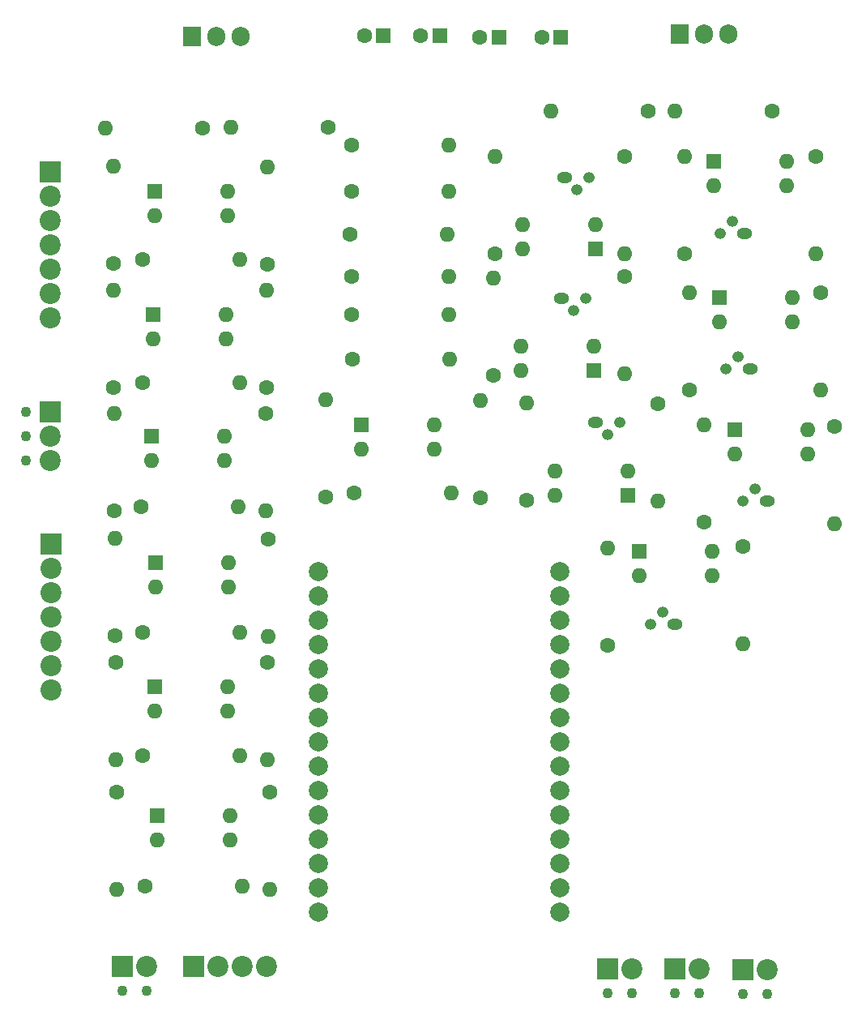
<source format=gbs>
G04 #@! TF.GenerationSoftware,KiCad,Pcbnew,7.0.5*
G04 #@! TF.CreationDate,2023-07-13T15:49:33+01:00*
G04 #@! TF.ProjectId,PCB,5043422e-6b69-4636-9164-5f7063625858,rev?*
G04 #@! TF.SameCoordinates,Original*
G04 #@! TF.FileFunction,Soldermask,Bot*
G04 #@! TF.FilePolarity,Negative*
%FSLAX46Y46*%
G04 Gerber Fmt 4.6, Leading zero omitted, Abs format (unit mm)*
G04 Created by KiCad (PCBNEW 7.0.5) date 2023-07-13 15:49:33*
%MOMM*%
%LPD*%
G01*
G04 APERTURE LIST*
%ADD10C,2.000000*%
%ADD11C,1.600000*%
%ADD12O,1.600000X1.600000*%
%ADD13R,1.600000X1.600000*%
%ADD14O,1.600000X1.200000*%
%ADD15O,1.200000X1.200000*%
%ADD16R,1.905000X2.000000*%
%ADD17O,1.905000X2.000000*%
%ADD18C,1.100000*%
%ADD19R,2.200000X2.200000*%
%ADD20C,2.200000*%
G04 APERTURE END LIST*
D10*
G04 #@! TO.C,U9*
X108452000Y-109560450D03*
X108452000Y-112100450D03*
X108452000Y-114640450D03*
X108452000Y-117180450D03*
X108452000Y-119720450D03*
X108452000Y-122260450D03*
X108452000Y-124800450D03*
X108452000Y-127340450D03*
X108452000Y-129880450D03*
X108452000Y-132420450D03*
X108452000Y-134960450D03*
X108452000Y-137500450D03*
X108452000Y-140040450D03*
X108452000Y-142580450D03*
X108452000Y-145120450D03*
X133702000Y-109560450D03*
X133702000Y-112100450D03*
X133702000Y-114640450D03*
X133702000Y-117180450D03*
X133702000Y-119720450D03*
X133702000Y-122260450D03*
X133702000Y-124798950D03*
X133702000Y-127340450D03*
X133702000Y-129880450D03*
X133702000Y-132420450D03*
X133702000Y-134960450D03*
X133702000Y-137500450D03*
X133702000Y-140040450D03*
X133702000Y-142580450D03*
X133702000Y-145120450D03*
G04 #@! TD*
D11*
G04 #@! TO.C,R26*
X112014000Y-87425450D03*
D12*
X122174000Y-87425450D03*
G04 #@! TD*
D13*
G04 #@! TO.C,U13*
X137449600Y-75853050D03*
D12*
X137449600Y-73313050D03*
X129829600Y-73313050D03*
X129829600Y-75853050D03*
G04 #@! TD*
D11*
G04 #@! TO.C,R27*
X111887000Y-69899450D03*
D12*
X122047000Y-69899450D03*
G04 #@! TD*
D14*
G04 #@! TO.C,Q4*
X152977300Y-74286750D03*
D15*
X151707300Y-73016750D03*
X150437300Y-74286750D03*
G04 #@! TD*
D16*
G04 #@! TO.C,U1*
X95252100Y-53658450D03*
D17*
X97792100Y-53658450D03*
X100332100Y-53658450D03*
G04 #@! TD*
D11*
G04 #@! TO.C,R1*
X86995000Y-77392450D03*
D12*
X86995000Y-67232450D03*
G04 #@! TD*
D13*
G04 #@! TO.C,U11*
X140785300Y-101591750D03*
D12*
X140785300Y-99051750D03*
X133165300Y-99051750D03*
X133165300Y-101591750D03*
G04 #@! TD*
D11*
G04 #@! TO.C,R30*
X142875000Y-61517450D03*
D12*
X132715000Y-61517450D03*
G04 #@! TD*
D13*
G04 #@! TO.C,U6*
X91323000Y-121583450D03*
D12*
X91323000Y-124123450D03*
X98943000Y-124123450D03*
X98943000Y-121583450D03*
G04 #@! TD*
D14*
G04 #@! TO.C,Q6*
X155321000Y-102226750D03*
D15*
X154051000Y-100956750D03*
X152781000Y-102226750D03*
G04 #@! TD*
D11*
G04 #@! TO.C,R21*
X109220000Y-101776450D03*
D12*
X109220000Y-91616450D03*
G04 #@! TD*
D14*
G04 #@! TO.C,Q3*
X134181300Y-68444750D03*
D15*
X135451300Y-69714750D03*
X136721300Y-68444750D03*
G04 #@! TD*
D14*
G04 #@! TO.C,Q2*
X133858000Y-81075450D03*
D15*
X135128000Y-82345450D03*
X136398000Y-81075450D03*
G04 #@! TD*
D14*
G04 #@! TO.C,Q5*
X153612300Y-88383750D03*
D15*
X152342300Y-87113750D03*
X151072300Y-88383750D03*
G04 #@! TD*
D11*
G04 #@! TO.C,R23*
X111887000Y-65073450D03*
D12*
X122047000Y-65073450D03*
G04 #@! TD*
D11*
G04 #@! TO.C,R10*
X90050000Y-115909450D03*
D12*
X100210000Y-115909450D03*
G04 #@! TD*
D11*
G04 #@! TO.C,R6*
X87210000Y-116289450D03*
D12*
X87210000Y-106129450D03*
G04 #@! TD*
D11*
G04 #@! TO.C,R35*
X146685000Y-76376450D03*
D12*
X146685000Y-66216450D03*
G04 #@! TD*
D13*
G04 #@! TO.C,U5*
X91450000Y-108629450D03*
D12*
X91450000Y-111169450D03*
X99070000Y-111169450D03*
X99070000Y-108629450D03*
G04 #@! TD*
D13*
G04 #@! TO.C,C4*
X133797100Y-53770450D03*
D11*
X131797100Y-53770450D03*
G04 #@! TD*
D13*
G04 #@! TO.C,U4*
X91030000Y-95464450D03*
D12*
X91030000Y-98004450D03*
X98650000Y-98004450D03*
X98650000Y-95464450D03*
G04 #@! TD*
D11*
G04 #@! TO.C,R45*
X152781000Y-106983450D03*
D12*
X152781000Y-117143450D03*
G04 #@! TD*
D11*
G04 #@! TO.C,R34*
X140473600Y-66228050D03*
D12*
X140473600Y-76388050D03*
G04 #@! TD*
D13*
G04 #@! TO.C,U15*
X150378000Y-80943450D03*
D12*
X150378000Y-83483450D03*
X157998000Y-83483450D03*
X157998000Y-80943450D03*
G04 #@! TD*
D18*
G04 #@! TO.C,J5*
X152781000Y-153719450D03*
X155321000Y-153719450D03*
D19*
X152781000Y-151179450D03*
D20*
X155321000Y-151179450D03*
G04 #@! TD*
D13*
G04 #@! TO.C,U7*
X91567000Y-135050450D03*
D12*
X91567000Y-137590450D03*
X99187000Y-137590450D03*
X99187000Y-135050450D03*
G04 #@! TD*
D11*
G04 #@! TO.C,R25*
X112141000Y-101395450D03*
D12*
X122301000Y-101395450D03*
G04 #@! TD*
D11*
G04 #@! TO.C,R19*
X103124000Y-119048450D03*
D12*
X103124000Y-129208450D03*
G04 #@! TD*
D11*
G04 #@! TO.C,R9*
X87249000Y-119048450D03*
D12*
X87249000Y-129208450D03*
G04 #@! TD*
D11*
G04 #@! TO.C,R12*
X109445100Y-63168450D03*
D12*
X99285100Y-63168450D03*
G04 #@! TD*
D11*
G04 #@! TO.C,R33*
X140462000Y-78789450D03*
D12*
X140462000Y-88949450D03*
G04 #@! TD*
D11*
G04 #@! TO.C,R31*
X155829000Y-61517450D03*
D12*
X145669000Y-61517450D03*
G04 #@! TD*
D13*
G04 #@! TO.C,U12*
X137277000Y-88573450D03*
D12*
X137277000Y-86033450D03*
X129657000Y-86033450D03*
X129657000Y-88573450D03*
G04 #@! TD*
D11*
G04 #@! TO.C,R8*
X89940000Y-102814450D03*
D12*
X100100000Y-102814450D03*
G04 #@! TD*
D14*
G04 #@! TO.C,Q1*
X137414000Y-94029450D03*
D15*
X138684000Y-95299450D03*
X139954000Y-94029450D03*
G04 #@! TD*
D11*
G04 #@! TO.C,R11*
X90043000Y-128827450D03*
D12*
X100203000Y-128827450D03*
G04 #@! TD*
D11*
G04 #@! TO.C,R5*
X87110000Y-103184450D03*
D12*
X87110000Y-93024450D03*
G04 #@! TD*
D11*
G04 #@! TO.C,R14*
X103124000Y-77519450D03*
D12*
X103124000Y-67359450D03*
G04 #@! TD*
D11*
G04 #@! TO.C,R41*
X138684000Y-117270450D03*
D12*
X138684000Y-107110450D03*
G04 #@! TD*
D11*
G04 #@! TO.C,R17*
X102940000Y-93094450D03*
D12*
X102940000Y-103254450D03*
G04 #@! TD*
D11*
G04 #@! TO.C,R32*
X143960300Y-92066750D03*
D12*
X143960300Y-102226750D03*
G04 #@! TD*
D11*
G04 #@! TO.C,R24*
X111760000Y-74344450D03*
D12*
X121920000Y-74344450D03*
G04 #@! TD*
D13*
G04 #@! TO.C,C2*
X115255100Y-53643450D03*
D11*
X113255100Y-53643450D03*
G04 #@! TD*
G04 #@! TO.C,R13*
X87376000Y-132637450D03*
D12*
X87376000Y-142797450D03*
G04 #@! TD*
D13*
G04 #@! TO.C,U17*
X141996000Y-107486450D03*
D12*
X141996000Y-110026450D03*
X149616000Y-110026450D03*
X149616000Y-107486450D03*
G04 #@! TD*
D11*
G04 #@! TO.C,R44*
X162363700Y-94410450D03*
D12*
X162363700Y-104570450D03*
G04 #@! TD*
D11*
G04 #@! TO.C,R42*
X160401000Y-66216450D03*
D12*
X160401000Y-76376450D03*
G04 #@! TD*
D11*
G04 #@! TO.C,R29*
X125349000Y-101903450D03*
D12*
X125349000Y-91743450D03*
G04 #@! TD*
D11*
G04 #@! TO.C,R18*
X103180000Y-106179450D03*
D12*
X103180000Y-116339450D03*
G04 #@! TD*
D19*
G04 #@! TO.C,J3*
X80518000Y-106729450D03*
D20*
X80518000Y-109269450D03*
X80518000Y-111809450D03*
X80518000Y-114349450D03*
X80518000Y-116889450D03*
X80518000Y-119429450D03*
X80518000Y-121969450D03*
G04 #@! TD*
D18*
G04 #@! TO.C,J7*
X145669000Y-153592450D03*
X148209000Y-153592450D03*
D19*
X145669000Y-151052450D03*
D20*
X148209000Y-151052450D03*
G04 #@! TD*
D11*
G04 #@! TO.C,R28*
X111887000Y-78789450D03*
D12*
X122047000Y-78789450D03*
G04 #@! TD*
D13*
G04 #@! TO.C,U3*
X91196000Y-82721450D03*
D12*
X91196000Y-85261450D03*
X98816000Y-85261450D03*
X98816000Y-82721450D03*
G04 #@! TD*
D13*
G04 #@! TO.C,U16*
X151959700Y-94786450D03*
D12*
X151959700Y-97326450D03*
X159579700Y-97326450D03*
X159579700Y-94786450D03*
G04 #@! TD*
D11*
G04 #@! TO.C,R2*
X96364100Y-63295450D03*
D12*
X86204100Y-63295450D03*
G04 #@! TD*
D11*
G04 #@! TO.C,R3*
X90043000Y-77011450D03*
D12*
X100203000Y-77011450D03*
G04 #@! TD*
D11*
G04 #@! TO.C,R16*
X102997000Y-90346450D03*
D12*
X102997000Y-80186450D03*
G04 #@! TD*
D11*
G04 #@! TO.C,R37*
X148774700Y-104443450D03*
D12*
X148774700Y-94283450D03*
G04 #@! TD*
D11*
G04 #@! TO.C,R20*
X103378000Y-132637450D03*
D12*
X103378000Y-142797450D03*
G04 #@! TD*
D14*
G04 #@! TO.C,Q7*
X145669000Y-115111450D03*
D15*
X144399000Y-113841450D03*
X143129000Y-115111450D03*
G04 #@! TD*
D11*
G04 #@! TO.C,R7*
X90043000Y-89838450D03*
D12*
X100203000Y-89838450D03*
G04 #@! TD*
D19*
G04 #@! TO.C,J6*
X95377000Y-150798450D03*
D20*
X97917000Y-150798450D03*
X100457000Y-150798450D03*
X102997000Y-150798450D03*
G04 #@! TD*
D11*
G04 #@! TO.C,R43*
X160909000Y-80440450D03*
D12*
X160909000Y-90600450D03*
G04 #@! TD*
D11*
G04 #@! TO.C,R38*
X130244300Y-102099750D03*
D12*
X130244300Y-91939750D03*
G04 #@! TD*
D11*
G04 #@! TO.C,R40*
X126884600Y-76388050D03*
D12*
X126884600Y-66228050D03*
G04 #@! TD*
D13*
G04 #@! TO.C,U2*
X91323000Y-69894450D03*
D12*
X91323000Y-72434450D03*
X98943000Y-72434450D03*
X98943000Y-69894450D03*
G04 #@! TD*
D11*
G04 #@! TO.C,R22*
X111887000Y-82726450D03*
D12*
X122047000Y-82726450D03*
G04 #@! TD*
D19*
G04 #@! TO.C,J8*
X80391000Y-67867450D03*
D20*
X80391000Y-70407450D03*
X80391000Y-72947450D03*
X80391000Y-75487450D03*
X80391000Y-78027450D03*
X80391000Y-80567450D03*
X80391000Y-83107450D03*
G04 #@! TD*
D11*
G04 #@! TO.C,R39*
X126746000Y-89076450D03*
D12*
X126746000Y-78916450D03*
G04 #@! TD*
D13*
G04 #@! TO.C,C3*
X127320100Y-53770450D03*
D11*
X125320100Y-53770450D03*
G04 #@! TD*
D13*
G04 #@! TO.C,U8*
X112913000Y-94278450D03*
D12*
X112913000Y-96818450D03*
X120533000Y-96818450D03*
X120533000Y-94278450D03*
G04 #@! TD*
D13*
G04 #@! TO.C,C1*
X121126000Y-53643450D03*
D11*
X119126000Y-53643450D03*
G04 #@! TD*
D18*
G04 #@! TO.C,J2*
X77878000Y-92929450D03*
X77878000Y-95469450D03*
X77878000Y-98009450D03*
D19*
X80418000Y-92929450D03*
D20*
X80418000Y-95469450D03*
X80418000Y-98009450D03*
G04 #@! TD*
D11*
G04 #@! TO.C,R36*
X147193000Y-90600450D03*
D12*
X147193000Y-80440450D03*
G04 #@! TD*
D18*
G04 #@! TO.C,J1*
X87927000Y-153368450D03*
X90467000Y-153368450D03*
D19*
X87927000Y-150828450D03*
D20*
X90467000Y-150828450D03*
G04 #@! TD*
D13*
G04 #@! TO.C,U14*
X149743000Y-66719450D03*
D12*
X149743000Y-69259450D03*
X157363000Y-69259450D03*
X157363000Y-66719450D03*
G04 #@! TD*
D11*
G04 #@! TO.C,R4*
X86995000Y-90346450D03*
D12*
X86995000Y-80186450D03*
G04 #@! TD*
D18*
G04 #@! TO.C,J4*
X138684000Y-153592450D03*
X141224000Y-153592450D03*
D19*
X138684000Y-151052450D03*
D20*
X141224000Y-151052450D03*
G04 #@! TD*
D11*
G04 #@! TO.C,R15*
X90297000Y-142416450D03*
D12*
X100457000Y-142416450D03*
G04 #@! TD*
D16*
G04 #@! TO.C,U10*
X146177000Y-53445450D03*
D17*
X148717000Y-53445450D03*
X151257000Y-53445450D03*
G04 #@! TD*
M02*

</source>
